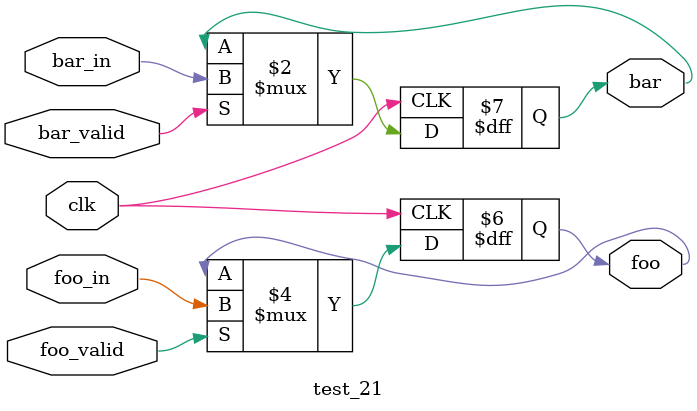
<source format=v>
module test_21
  (input wire clk,
   output reg foo, bar,
   input wire foo_valid, foo_in,
   input wire bar_valid, bar_in
   );
   always @(posedge clk)
     begin
	if (foo_valid) foo <= foo_in;
	if (bar_valid) bar <= bar_in;
     end
endmodule
</source>
